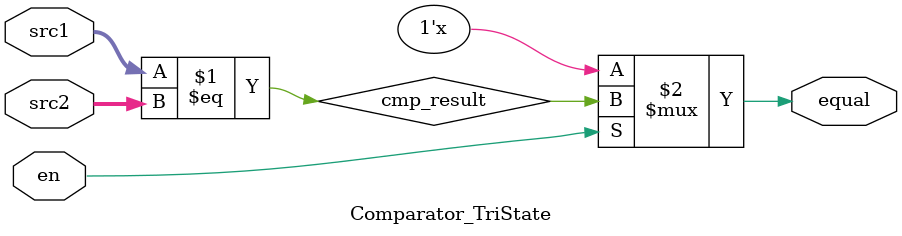
<source format=sv>
module Comparator_TriState #(parameter WIDTH = 8) (
    input              en,        // 输出使能
    input  [WIDTH-1:0] src1,
    input  [WIDTH-1:0] src2,
    output tri         equal
);
    // 直接比较两个输入是否相等
    wire cmp_result = (src1 == src2);
    
    // 三态输出控制
    assign equal = en ? cmp_result : 1'bz;
endmodule
</source>
